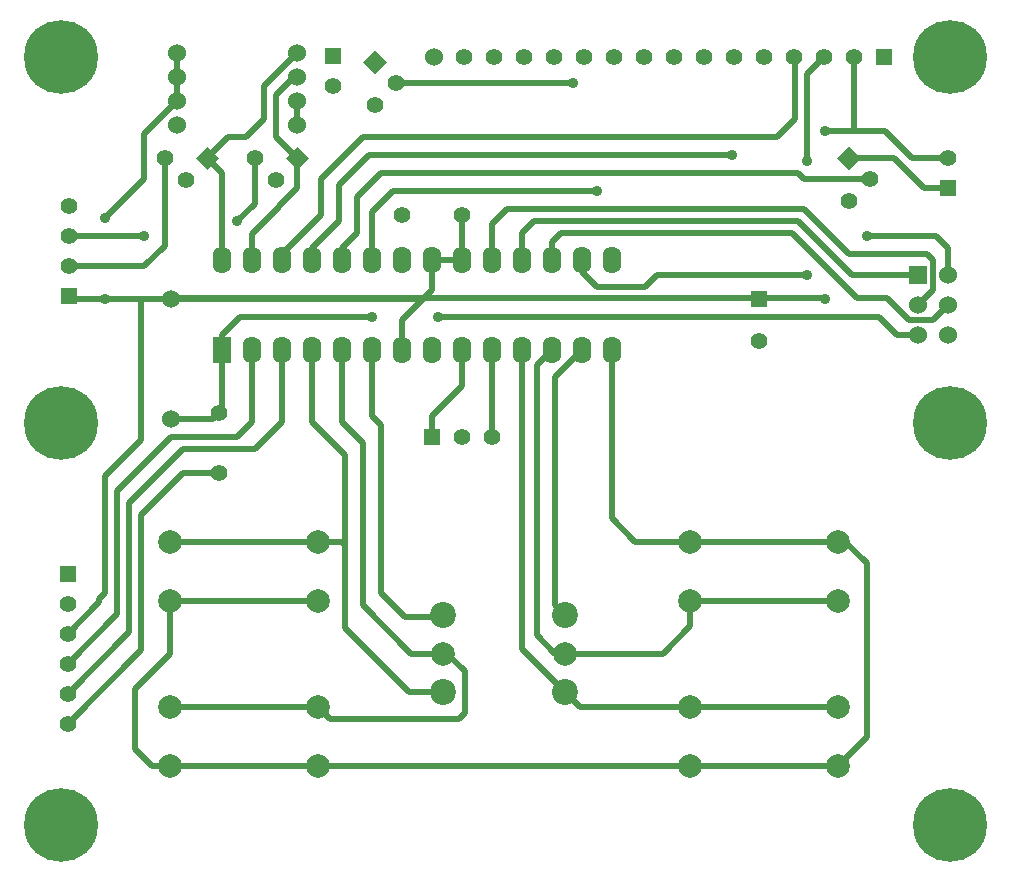
<source format=gbl>
G04 (created by PCBNEW-RS274X (2012-apr-16-27)-stable) date Sun 24 Mar 2013 21:35:17 CET*
G01*
G70*
G90*
%MOIN*%
G04 Gerber Fmt 3.4, Leading zero omitted, Abs format*
%FSLAX34Y34*%
G04 APERTURE LIST*
%ADD10C,0.006000*%
%ADD11C,0.055000*%
%ADD12R,0.055000X0.055000*%
%ADD13C,0.060000*%
%ADD14O,0.062000X0.090000*%
%ADD15R,0.062000X0.090000*%
%ADD16C,0.078700*%
%ADD17C,0.246100*%
%ADD18C,0.086600*%
%ADD19R,0.060000X0.060000*%
%ADD20C,0.035000*%
%ADD21C,0.019700*%
G04 APERTURE END LIST*
G54D10*
G54D11*
X43000Y-21507D03*
X43707Y-20800D03*
G54D10*
G36*
X43000Y-19704D02*
X43389Y-20093D01*
X43000Y-20482D01*
X42611Y-20093D01*
X43000Y-19704D01*
X43000Y-19704D01*
G37*
G54D12*
X16950Y-33950D03*
G54D11*
X16950Y-34950D03*
X16950Y-35950D03*
X16950Y-36950D03*
X16950Y-37950D03*
X16950Y-38950D03*
G54D12*
X17000Y-24700D03*
G54D11*
X17000Y-23700D03*
X17000Y-22700D03*
X17000Y-21700D03*
G54D12*
X29100Y-29400D03*
G54D11*
X30100Y-29400D03*
X31100Y-29400D03*
G54D12*
X44150Y-16732D03*
G54D11*
X43150Y-16732D03*
X42150Y-16732D03*
X41150Y-16732D03*
X40150Y-16732D03*
X39150Y-16732D03*
X38150Y-16732D03*
X37150Y-16732D03*
X36150Y-16732D03*
X35150Y-16732D03*
X34150Y-16732D03*
X33150Y-16732D03*
X32150Y-16732D03*
X31150Y-16732D03*
X30150Y-16732D03*
G54D13*
X29150Y-16732D03*
G54D14*
X23100Y-26500D03*
X24100Y-26500D03*
X25100Y-26500D03*
X26100Y-26500D03*
X27100Y-26500D03*
X28100Y-26500D03*
X29100Y-26500D03*
X30100Y-26500D03*
X31100Y-26500D03*
X32100Y-26500D03*
X33100Y-26500D03*
X34100Y-26500D03*
X35100Y-26500D03*
G54D15*
X22100Y-26500D03*
G54D14*
X35100Y-23500D03*
X34100Y-23500D03*
X33100Y-23500D03*
X32100Y-23500D03*
X31100Y-23500D03*
X30100Y-23500D03*
X29100Y-23500D03*
X28100Y-23500D03*
X27100Y-23500D03*
X26100Y-23500D03*
X25100Y-23500D03*
X24100Y-23500D03*
X23100Y-23500D03*
X22100Y-23500D03*
G54D11*
X30100Y-22000D03*
X28100Y-22000D03*
G54D12*
X40000Y-24800D03*
G54D11*
X40000Y-26178D03*
X22000Y-28600D03*
X22000Y-30600D03*
G54D16*
X20374Y-34842D03*
X25296Y-34842D03*
X20374Y-32874D03*
X25296Y-32874D03*
X20374Y-40354D03*
X25296Y-40354D03*
X20374Y-38386D03*
X25296Y-38386D03*
X37696Y-40354D03*
X42618Y-40354D03*
X37696Y-38386D03*
X42618Y-38386D03*
X42618Y-32874D03*
X37696Y-32874D03*
X42618Y-34842D03*
X37696Y-34842D03*
G54D12*
X25800Y-16700D03*
G54D11*
X25800Y-17700D03*
G54D13*
X20600Y-18200D03*
X24600Y-18200D03*
X20400Y-24800D03*
X20400Y-28800D03*
G54D17*
X46378Y-42323D03*
X16732Y-42323D03*
X16732Y-28937D03*
X46378Y-28937D03*
X46378Y-16732D03*
X16732Y-16732D03*
G54D18*
X29468Y-37893D03*
G54D16*
X29468Y-36614D03*
G54D18*
X29468Y-35334D03*
X33524Y-37893D03*
G54D16*
X33524Y-36614D03*
G54D18*
X33524Y-35334D03*
G54D13*
X24600Y-19000D03*
X20600Y-19000D03*
X20600Y-17400D03*
X24600Y-17400D03*
X20600Y-16600D03*
X24600Y-16600D03*
G54D11*
X23193Y-20100D03*
X23900Y-20807D03*
G54D10*
G36*
X24996Y-20100D02*
X24607Y-20489D01*
X24218Y-20100D01*
X24607Y-19711D01*
X24996Y-20100D01*
X24996Y-20100D01*
G37*
G54D11*
X20193Y-20100D03*
X20900Y-20807D03*
G54D10*
G36*
X21996Y-20100D02*
X21607Y-20489D01*
X21218Y-20100D01*
X21607Y-19711D01*
X21996Y-20100D01*
X21996Y-20100D01*
G37*
G54D11*
X27200Y-18307D03*
X27907Y-17600D03*
G54D10*
G36*
X27200Y-16504D02*
X27589Y-16893D01*
X27200Y-17282D01*
X26811Y-16893D01*
X27200Y-16504D01*
X27200Y-16504D01*
G37*
G54D12*
X46300Y-21100D03*
G54D11*
X46300Y-20100D03*
G54D19*
X45300Y-24000D03*
G54D13*
X46300Y-24000D03*
X45300Y-25000D03*
X46300Y-25000D03*
X45300Y-26000D03*
X46300Y-26000D03*
G54D20*
X18200Y-24800D03*
X42200Y-24800D03*
X43600Y-22700D03*
X18200Y-22100D03*
X42200Y-19200D03*
X33800Y-17600D03*
X41600Y-20200D03*
X41600Y-24000D03*
X34600Y-21200D03*
X39100Y-20000D03*
X29300Y-25400D03*
X27100Y-25400D03*
X19500Y-22700D03*
X22600Y-22200D03*
G54D21*
X42200Y-24800D02*
X42150Y-24750D01*
X29000Y-24750D02*
X28850Y-24750D01*
X28850Y-24750D02*
X29000Y-24600D01*
X30100Y-23500D02*
X29100Y-23500D01*
X45100Y-20100D02*
X46300Y-20100D01*
X20600Y-17400D02*
X20600Y-18200D01*
X28100Y-25500D02*
X28100Y-26500D01*
X43200Y-19200D02*
X43150Y-19150D01*
X44200Y-19200D02*
X45100Y-20100D01*
X29000Y-24600D02*
X28100Y-25500D01*
X45900Y-22700D02*
X43600Y-22700D01*
X39400Y-24750D02*
X41800Y-24750D01*
X16950Y-35950D02*
X18000Y-34900D01*
X29100Y-23500D02*
X29100Y-24500D01*
X42150Y-24750D02*
X41800Y-24750D01*
X29100Y-24500D02*
X29000Y-24600D01*
X20600Y-16600D02*
X20600Y-18200D01*
X46300Y-23100D02*
X45900Y-22700D01*
X39950Y-24750D02*
X40000Y-24800D01*
X46300Y-24000D02*
X46300Y-23100D01*
X18200Y-24800D02*
X17100Y-24800D01*
X36400Y-24750D02*
X39400Y-24750D01*
X18000Y-34900D02*
X18000Y-34800D01*
X20600Y-18200D02*
X19500Y-19300D01*
X19500Y-20800D02*
X19500Y-19300D01*
X18200Y-22100D02*
X19500Y-20800D01*
X20300Y-24800D02*
X20400Y-24800D01*
X19400Y-24800D02*
X20300Y-24800D01*
X43200Y-19200D02*
X44200Y-19200D01*
X18000Y-34800D02*
X18200Y-34600D01*
X18200Y-34600D02*
X18200Y-30700D01*
X18200Y-30700D02*
X19400Y-29500D01*
X19400Y-29500D02*
X19400Y-24800D01*
X20400Y-24800D02*
X18200Y-24800D01*
X28900Y-24700D02*
X29000Y-24700D01*
X28800Y-24800D02*
X28900Y-24700D01*
X29000Y-24700D02*
X29000Y-24750D01*
X20400Y-24800D02*
X28800Y-24800D01*
X20450Y-24750D02*
X20400Y-24800D01*
X29100Y-24750D02*
X20450Y-24750D01*
X17100Y-24800D02*
X17000Y-24700D01*
X30100Y-22000D02*
X30100Y-23500D01*
X29100Y-24750D02*
X29000Y-24750D01*
X36400Y-24750D02*
X29100Y-24750D01*
X42200Y-19200D02*
X43200Y-19200D01*
X39400Y-24750D02*
X39950Y-24750D01*
X43150Y-19150D02*
X43150Y-16732D01*
X29614Y-36614D02*
X30200Y-37200D01*
X30000Y-38800D02*
X25710Y-38800D01*
X30200Y-38400D02*
X30200Y-38600D01*
X26800Y-29600D02*
X26100Y-28900D01*
X28414Y-36614D02*
X26800Y-35000D01*
X29468Y-36614D02*
X28414Y-36614D01*
X29468Y-36614D02*
X29614Y-36614D01*
X26800Y-35000D02*
X26800Y-29600D01*
X30200Y-37200D02*
X30200Y-38400D01*
X26100Y-28900D02*
X26100Y-26500D01*
X25710Y-38800D02*
X25296Y-38386D01*
X20374Y-38386D02*
X25296Y-38386D01*
X30200Y-38600D02*
X30000Y-38800D01*
X32100Y-36469D02*
X33524Y-37893D01*
X37696Y-38386D02*
X34017Y-38386D01*
X32100Y-26500D02*
X32100Y-36469D01*
X34017Y-38386D02*
X33524Y-37893D01*
X42618Y-38386D02*
X37696Y-38386D01*
X37696Y-34842D02*
X37696Y-35704D01*
X33214Y-36614D02*
X32600Y-36000D01*
X33524Y-36614D02*
X33214Y-36614D01*
X36786Y-36614D02*
X33524Y-36614D01*
X32600Y-36000D02*
X32600Y-27000D01*
X42618Y-34842D02*
X37696Y-34842D01*
X37696Y-35704D02*
X36786Y-36614D01*
X32600Y-27000D02*
X33100Y-26500D01*
X26200Y-32800D02*
X26200Y-33400D01*
X26200Y-33000D02*
X26074Y-32874D01*
X26074Y-32874D02*
X25296Y-32874D01*
X26200Y-30000D02*
X25100Y-28900D01*
X26200Y-33400D02*
X26200Y-35000D01*
X26200Y-33400D02*
X26200Y-33000D01*
X26200Y-31800D02*
X26200Y-32000D01*
X28347Y-37893D02*
X26200Y-35746D01*
X26200Y-31800D02*
X26200Y-30000D01*
X26200Y-35000D02*
X26200Y-35746D01*
X26200Y-32000D02*
X26200Y-32800D01*
X29468Y-37893D02*
X28347Y-37893D01*
X20374Y-32874D02*
X25296Y-32874D01*
X25100Y-28900D02*
X25100Y-26500D01*
X20374Y-40354D02*
X25296Y-40354D01*
X35874Y-32874D02*
X35100Y-32100D01*
X42874Y-32874D02*
X43600Y-33600D01*
X19754Y-40354D02*
X20374Y-40354D01*
X19200Y-37800D02*
X19200Y-39800D01*
X37696Y-40354D02*
X25296Y-40354D01*
X43600Y-33600D02*
X43600Y-39372D01*
X20374Y-34842D02*
X20374Y-36626D01*
X19200Y-39800D02*
X19754Y-40354D01*
X35100Y-32100D02*
X35100Y-26500D01*
X20374Y-34842D02*
X25296Y-34842D01*
X42618Y-32874D02*
X42874Y-32874D01*
X42618Y-32874D02*
X37696Y-32874D01*
X43600Y-39372D02*
X42618Y-40354D01*
X37696Y-32874D02*
X35874Y-32874D01*
X42618Y-40354D02*
X37696Y-40354D01*
X20374Y-36626D02*
X19200Y-37800D01*
X26600Y-21400D02*
X27200Y-20800D01*
X27200Y-20800D02*
X27400Y-20600D01*
X27400Y-20600D02*
X41300Y-20600D01*
X26600Y-22600D02*
X26600Y-21400D01*
X26100Y-23500D02*
X26100Y-23100D01*
X42200Y-20800D02*
X41500Y-20800D01*
X42200Y-20800D02*
X43707Y-20800D01*
X26100Y-23100D02*
X26600Y-22600D01*
X41300Y-20600D02*
X41500Y-20800D01*
X27400Y-29400D02*
X27400Y-29000D01*
X27400Y-34600D02*
X28200Y-35400D01*
X29402Y-35400D02*
X29468Y-35334D01*
X28200Y-35400D02*
X29402Y-35400D01*
X27400Y-29400D02*
X27400Y-34600D01*
X27400Y-29000D02*
X27100Y-28700D01*
X27100Y-28700D02*
X27100Y-26500D01*
X33524Y-35324D02*
X33200Y-35000D01*
X33200Y-27400D02*
X34100Y-26500D01*
X33524Y-35334D02*
X33524Y-35324D01*
X33200Y-35000D02*
X33200Y-27400D01*
X33800Y-17600D02*
X33600Y-17600D01*
X27907Y-17600D02*
X32600Y-17600D01*
X33600Y-17600D02*
X32600Y-17600D01*
X34100Y-23900D02*
X34600Y-24400D01*
X41600Y-17282D02*
X42150Y-16732D01*
X41600Y-19000D02*
X41600Y-17800D01*
X34100Y-23500D02*
X34100Y-23900D01*
X36600Y-24000D02*
X41600Y-24000D01*
X41600Y-20200D02*
X41600Y-19000D01*
X34600Y-24400D02*
X36200Y-24400D01*
X36200Y-24400D02*
X36600Y-24000D01*
X41600Y-17800D02*
X41600Y-17282D01*
X27100Y-22400D02*
X27100Y-23500D01*
X27800Y-21200D02*
X34200Y-21200D01*
X27100Y-21900D02*
X27800Y-21200D01*
X27100Y-22400D02*
X27100Y-21900D01*
X34200Y-21200D02*
X34600Y-21200D01*
X45900Y-25400D02*
X45800Y-25500D01*
X41800Y-23300D02*
X41300Y-22800D01*
X46300Y-25000D02*
X45900Y-25400D01*
X45800Y-25500D02*
X45000Y-25500D01*
X45000Y-25500D02*
X44250Y-24750D01*
X34000Y-22600D02*
X33400Y-22600D01*
X33100Y-22900D02*
X33100Y-23500D01*
X44250Y-24750D02*
X43250Y-24750D01*
X43250Y-24750D02*
X41800Y-23300D01*
X41300Y-22800D02*
X41100Y-22600D01*
X41300Y-22800D02*
X41200Y-22700D01*
X33400Y-22600D02*
X33100Y-22900D01*
X41100Y-22600D02*
X34000Y-22600D01*
X32500Y-22200D02*
X32100Y-22600D01*
X41400Y-22300D02*
X41300Y-22200D01*
X33300Y-22200D02*
X39800Y-22200D01*
X39800Y-22200D02*
X40000Y-22200D01*
X32100Y-22600D02*
X32100Y-23500D01*
X41300Y-22200D02*
X41208Y-22200D01*
X41400Y-22300D02*
X43100Y-24000D01*
X41208Y-22200D02*
X40000Y-22200D01*
X33300Y-22200D02*
X32500Y-22200D01*
X43100Y-24000D02*
X45300Y-24000D01*
X41500Y-21800D02*
X40800Y-21800D01*
X31100Y-22500D02*
X31100Y-22300D01*
X45600Y-23300D02*
X45400Y-23300D01*
X44100Y-23300D02*
X43000Y-23300D01*
X45800Y-24500D02*
X45300Y-25000D01*
X43000Y-23300D02*
X41700Y-22000D01*
X45800Y-23500D02*
X45600Y-23300D01*
X41700Y-22000D02*
X41500Y-21800D01*
X31100Y-23500D02*
X31100Y-22500D01*
X45800Y-23500D02*
X45800Y-24500D01*
X31600Y-21800D02*
X40800Y-21800D01*
X31100Y-22300D02*
X31600Y-21800D01*
X44100Y-23300D02*
X45400Y-23300D01*
X25100Y-23100D02*
X26000Y-22200D01*
X27000Y-20000D02*
X38800Y-20000D01*
X38800Y-20000D02*
X39100Y-20000D01*
X26000Y-21000D02*
X26600Y-20400D01*
X26600Y-20400D02*
X27000Y-20000D01*
X26000Y-22200D02*
X26000Y-21000D01*
X25100Y-23500D02*
X25100Y-23100D01*
X39800Y-19400D02*
X40600Y-19400D01*
X41200Y-18800D02*
X41200Y-17800D01*
X39800Y-19400D02*
X39800Y-19400D01*
X40600Y-19400D02*
X41200Y-18800D01*
X24100Y-23300D02*
X25400Y-22000D01*
X24100Y-23500D02*
X24100Y-23300D01*
X41200Y-16682D02*
X41150Y-16732D01*
X41200Y-17800D02*
X41200Y-16682D01*
X25400Y-22000D02*
X25400Y-20800D01*
X26800Y-19400D02*
X39800Y-19400D01*
X25400Y-20800D02*
X26800Y-19400D01*
X22700Y-25400D02*
X27100Y-25400D01*
X29300Y-25400D02*
X36200Y-25400D01*
X22100Y-26500D02*
X22100Y-26000D01*
X20400Y-28800D02*
X21800Y-28800D01*
X36200Y-25400D02*
X41200Y-25400D01*
X43100Y-25400D02*
X44000Y-25400D01*
X22100Y-26500D02*
X22100Y-28500D01*
X22100Y-28500D02*
X22000Y-28600D01*
X21800Y-28800D02*
X22000Y-28600D01*
X44600Y-26000D02*
X45300Y-26000D01*
X44500Y-25900D02*
X44600Y-26000D01*
X22100Y-26000D02*
X22700Y-25400D01*
X42500Y-25400D02*
X43100Y-25400D01*
X41200Y-25400D02*
X42500Y-25400D01*
X44000Y-25400D02*
X44500Y-25900D01*
X19400Y-36500D02*
X16950Y-38950D01*
X19400Y-32000D02*
X20800Y-30600D01*
X22000Y-30600D02*
X20800Y-30600D01*
X19400Y-36400D02*
X19400Y-32000D01*
X19400Y-36400D02*
X19400Y-36500D01*
X22600Y-29400D02*
X20400Y-29400D01*
X23100Y-28900D02*
X22600Y-29400D01*
X18600Y-35300D02*
X16950Y-36950D01*
X23100Y-26500D02*
X23100Y-28900D01*
X18600Y-31200D02*
X18600Y-34800D01*
X18600Y-34800D02*
X18600Y-35300D01*
X20400Y-29400D02*
X18600Y-31200D01*
X17000Y-23700D02*
X19500Y-23700D01*
X19500Y-23700D02*
X20193Y-23007D01*
X20193Y-23007D02*
X20193Y-20100D01*
X23500Y-17700D02*
X24600Y-16600D01*
X23500Y-18800D02*
X23500Y-17700D01*
X22900Y-19400D02*
X23500Y-18800D01*
X21607Y-20100D02*
X21607Y-20093D01*
X22300Y-19400D02*
X22900Y-19400D01*
X21607Y-20093D02*
X22300Y-19400D01*
X22100Y-23500D02*
X22100Y-20593D01*
X22100Y-20593D02*
X21607Y-20100D01*
X19500Y-22700D02*
X17000Y-22700D01*
X23193Y-21607D02*
X23193Y-20100D01*
X22600Y-22200D02*
X23193Y-21607D01*
X24000Y-21700D02*
X24607Y-21093D01*
X24600Y-17400D02*
X24500Y-17400D01*
X23900Y-19393D02*
X24607Y-20100D01*
X23900Y-18000D02*
X23900Y-19393D01*
X24500Y-17400D02*
X23900Y-18000D01*
X24607Y-21093D02*
X24607Y-20100D01*
X23100Y-22607D02*
X23100Y-23500D01*
X24000Y-21707D02*
X24000Y-21707D01*
X24000Y-21707D02*
X23100Y-22607D01*
X24000Y-21707D02*
X24000Y-21700D01*
X20800Y-29800D02*
X23200Y-29800D01*
X19000Y-31600D02*
X20800Y-29800D01*
X19000Y-35400D02*
X19000Y-31600D01*
X24100Y-28900D02*
X24100Y-26500D01*
X23200Y-29800D02*
X24100Y-28900D01*
X19000Y-35900D02*
X16950Y-37950D01*
X19000Y-35400D02*
X19000Y-35900D01*
X45500Y-21100D02*
X45400Y-21000D01*
X43000Y-20093D02*
X44493Y-20093D01*
X44600Y-20200D02*
X45400Y-21000D01*
X46300Y-21100D02*
X45500Y-21100D01*
X44493Y-20093D02*
X44600Y-20200D01*
X31100Y-29400D02*
X31100Y-26500D01*
X30100Y-27700D02*
X29100Y-28700D01*
X30100Y-26500D02*
X30100Y-27700D01*
X29100Y-28700D02*
X29100Y-29400D01*
X24600Y-18200D02*
X24600Y-19000D01*
M02*

</source>
